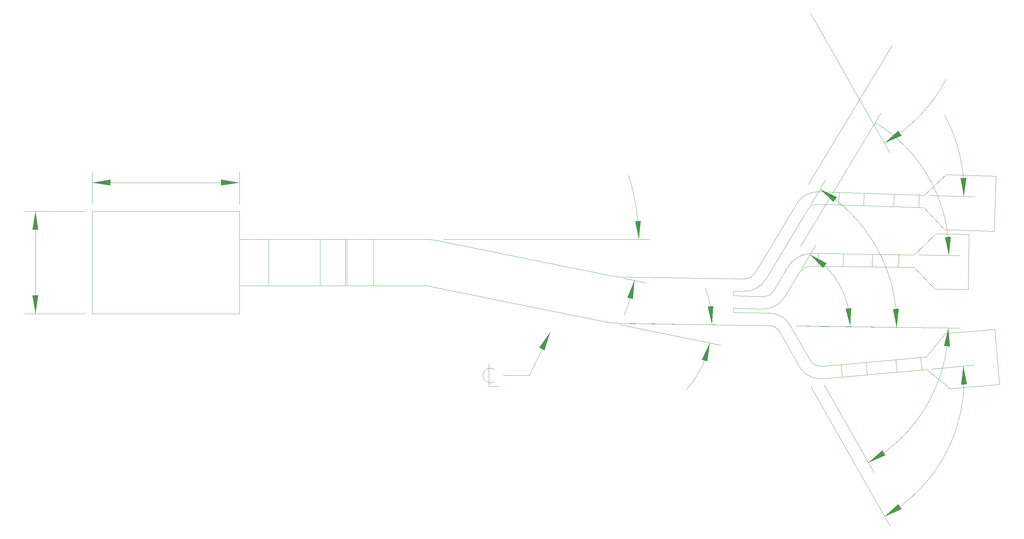
<source format=gbr>
*
G4_C Author: OrCAD GerbTool(tm) 8.1.1 Thu Jun 19 01:59:54 2003*
%LPD*%
%FSLAX34Y34*%
%MOIN*%
%AD*%
%ADD10R,0.050000X0.050000*%
%ADD11C,0.006000*%
%ADD12C,0.019000*%
%ADD13C,0.007900*%
%ADD14C,0.005000*%
%ADD15C,0.000800*%
%ADD16R,0.070000X0.025000*%
%ADD17R,0.068000X0.023000*%
%ADD18C,0.006000*%
%ADD19C,0.009800*%
%ADD20C,0.010000*%
%ADD21C,0.030000*%
%ADD22C,0.060000*%
%ADD23C,0.035000*%
%ADD24C,0.055000*%
%ADD25C,0.010000*%
%ADD26C,0.015000*%
%ADD27C,0.020000*%
%ADD28C,0.005920*%
%ADD29C,0.207760*%
%ADD30C,0.062980*%
%ADD55C,0.001000*%
%ADD56C,0.001000*%
G4_C OrCAD GerbTool Tool List *
G54D56*
G1X-788Y40945D2*
G1X-7259Y40945D1*
G1X-788Y30000D2*
G1X-7259Y30000D1*
G1X-6078Y40945D2*
G1X-6078Y35472D1*
G1X-6078Y30000D1*
G36*
G54D56*
G1X-5763Y38976D2*
G1X-6078Y40945D1*
G1X-6393Y38976D1*
G1X-5763Y38976D1*
G54D56*
G1X-6393Y31968D2*
G1X-6078Y30000D1*
G1X-5763Y31968D1*
G1X-6393Y31968D1*
G37*
G1X15747Y41732D2*
G1X15747Y45216D1*
G1X-1Y41732D2*
G1X-1Y45216D1*
G1X15747Y44035D2*
G1X7873Y44035D1*
G1X-1Y44035D1*
G36*
G54D56*
G1X13779Y43720D2*
G1X15747Y44035D1*
G1X13779Y44350D1*
G1X13779Y43720D1*
G54D56*
G1X1968Y44350D2*
G1X-1Y44035D1*
G1X1968Y43720D1*
G1X1968Y44350D1*
G37*
G1X56899Y33788D2*
G1X59230Y33318D1*
G1X37624Y37953D2*
G1X59693Y37953D1*
G1X56958Y29781D2*
G75*
G3X58072Y33551I-20718J8172D1*
G74*
G1X58512Y37953D2*
G75*
G3X57431Y44805I-22271J0D1*
G74*
G36*
G54D56*
G1X58072Y33551D2*
G1X57904Y31565D1*
G1X57293Y31717D1*
G1X58072Y33551D1*
G54D56*
G1X58512Y37953D2*
G1X58110Y39905D1*
G1X58739Y39933D1*
G1X58512Y37953D1*
G37*
G1X56507Y28807D2*
G1X67295Y26632D1*
G1X57191Y28942D2*
G1X67526Y28798D1*
G1X63614Y21855D2*
G75*
G3X66137Y26865I-7879J7107D1*
G74*
G1X66345Y28814D2*
G75*
G3X65677Y32671I-10610J148D1*
G74*
G36*
G54D56*
G1X66137Y26865D2*
G1X65872Y24889D1*
G1X65269Y25070D1*
G1X66137Y26865D1*
G54D56*
G1X66345Y28814D2*
G1X65876Y30752D1*
G1X66504Y30801D1*
G1X66345Y28814D1*
G37*
G1X75328Y28689D2*
G1X87320Y28521D1*
G1X76899Y41633D2*
G1X78532Y44341D1*
G1X86139Y28538D2*
G75*
G3X84002Y37029I-16996J237D1*
G3X77922Y43330I-14859J-8254D1*
G74*
G36*
G54D56*
G1X86139Y28538D2*
G1X85738Y30490D1*
G1X86367Y30518D1*
G1X86139Y28538D1*
G54D56*
G1X77922Y43330D2*
G1X79724Y42477D1*
G1X79368Y41957D1*
G1X77922Y43330D1*
G37*
G1X75646Y28684D2*
G1X82330Y28591D1*
G1X75995Y34904D2*
G1X77464Y37343D1*
G1X81149Y28607D2*
G75*
G3X80032Y33042I-8871J124D1*
G3X76855Y36331I-7754J-4311D1*
G74*
G36*
G54D56*
G1X81149Y28607D2*
G1X80645Y30536D1*
G1X81272Y30597D1*
G1X81149Y28607D1*
G54D56*
G1X76855Y36331D2*
G1X78610Y35385D1*
G1X78227Y34885D1*
G1X76855Y36331D1*
G37*
G1X78369Y22341D2*
G1X83685Y12980D1*
G1X76605Y28671D2*
G1X92832Y28444D1*
G1X83102Y14007D2*
G75*
G3X89300Y20096I-8342J14689D1*
G3X91651Y28461I-14540J8600D1*
G74*
G36*
G54D56*
G1X83102Y14007D2*
G1X84583Y15342D1*
G1X84926Y14813D1*
G1X83102Y14007D1*
G54D56*
G1X91651Y28461D2*
G1X91823Y26475D1*
G1X91195Y26520D1*
G1X91651Y28461D1*
G37*
G1X89607Y42669D2*
G1X94502Y42512D1*
G1X76627Y43773D2*
G1X85668Y58762D1*
G1X93322Y42550D2*
G75*
G3X91252Y51272I-17101J549D1*
G74*
G36*
G54D56*
G1X93322Y42550D2*
G1X92957Y44510D1*
G1X93586Y44526D1*
G1X93322Y42550D1*
G37*
G1X88468Y36281D2*
G1X92895Y36220D1*
G1X75779Y37139D2*
G1X84413Y51477D1*
G1X91714Y36236D2*
G75*
G3X89657Y44406I-16342J228D1*
G3X83804Y50465I-14284J-7941D1*
G74*
G36*
G54D56*
G1X91714Y36236D2*
G1X91308Y38188D1*
G1X91938Y38217D1*
G1X91714Y36236D1*
G37*
G1X76909Y22202D2*
G1X85409Y7235D1*
G1X89792Y24068D2*
G1X94449Y24482D1*
G1X84825Y8262D2*
G75*
G3X91416Y15079I-8306J14625D1*
G3X93272Y24377I-14896J7808D1*
G74*
G36*
G54D56*
G1X84825Y8262D2*
G1X86306Y9597D1*
G1X86649Y9069D1*
G1X84825Y8262D1*
G54D56*
G1X93272Y24377D2*
G1X93646Y22419D1*
G1X93017Y22400D1*
G1X93272Y24377D1*
G54D56*
G1X49013Y27979D2*
G1X48440Y26070D1*
G1X47872Y26344D1*
G1X49013Y27979D1*
G37*
G1X42987Y24043D2*
G1X42593Y24174D1*
G1X42200Y24043D1*
G1X41937Y23780D1*
G1X41806Y23386D1*
G1X41937Y22993D1*
G1X42200Y22730D1*
G1X42593Y22599D1*
G1X42987Y22730D1*
G1X42462Y24633D2*
G1X42462Y22205D1*
G1X43512Y22205D1*
G1X46793Y23386D2*
G1X44037Y23386D1*
G1X49013Y27979D2*
G1X46793Y23386D1*
G1X-1Y40945D2*
G1X-1Y30000D1*
G1X15747Y40945D2*
G1X15747Y37953D1*
G1X15747Y32992D1*
G1X15747Y30000D1*
G1X18888Y37953D2*
G1X18888Y32992D1*
G1X24400Y37953D2*
G1X24400Y32992D1*
G1X27078Y37953D2*
G1X27078Y32992D1*
G1X27255Y37953D2*
G1X27255Y32992D1*
G1X30087Y37953D2*
G1X30087Y32992D1*
G1X89077Y42686D2*
G1X91432Y44895D1*
G1X74474Y34973D2*
G1X72951Y32444D1*
G1X75621Y34282D2*
G1X74098Y31754D1*
G1X75422Y41775D2*
G1X70946Y34355D1*
G1X76568Y41084D2*
G1X72092Y33663D1*
G1X90322Y38539D2*
G1X88007Y36288D1*
G1X89252Y25364D2*
G1X91324Y27841D1*
G1X68643Y32404D2*
G1X68636Y31932D1*
G1X68617Y30593D2*
G1X68611Y30121D1*
G1X77725Y36431D2*
G1X77706Y35093D1*
G1X80402Y36394D2*
G1X80384Y35056D1*
G1X83516Y36351D2*
G1X83497Y35012D1*
G1X79957Y42979D2*
G1X79914Y41641D1*
G1X82633Y42893D2*
G1X82590Y41555D1*
G1X85844Y42790D2*
G1X85801Y41452D1*
G1X80163Y24555D2*
G1X80282Y23222D1*
G1X82830Y24792D2*
G1X82949Y23459D1*
G1X86030Y25077D2*
G1X86149Y23744D1*
G1X88697Y25314D2*
G1X88816Y23981D1*
G1X86348Y36311D2*
G1X86329Y34973D1*
G1X93783Y32585D2*
G1X93865Y38490D1*
G1X88520Y42704D2*
G1X88477Y41366D1*
G1X96745Y44725D2*
G1X96555Y38822D1*
G1X97141Y22429D2*
G1X96618Y28312D1*
G1X75682Y24362D2*
G1X73576Y28071D1*
G1X76846Y25023D2*
G1X74740Y28732D1*
G1X91847Y21958D2*
G1X89371Y24030D1*
G1X87989Y34949D2*
G1X90240Y32634D1*
G1X91243Y38993D2*
G1X89034Y41348D1*
G1X55080Y29094D2*
G1X35965Y32948D1*
G1X97141Y22429D2*
G1X91847Y21958D1*
G1X89371Y24030D2*
G1X78210Y23037D1*
G1X89252Y25364D2*
G1X78091Y24371D1*
G1X72464Y28729D2*
G1X56403Y28953D1*
G1X71740Y30479D2*
G1X68739Y30590D1*
G1X56060Y33957D2*
G1X36945Y37811D1*
G1X91324Y27841D2*
G1X96618Y28312D1*
G1X15747Y30000D2*
G1X-1Y30000D1*
G1X35521Y32992D2*
G1X15747Y32992D1*
G1X35521Y37953D2*
G1X15747Y37953D1*
G1X15747Y40945D2*
G1X-1Y40945D1*
G1X72483Y30067D2*
G1X68611Y30121D1*
G1X69796Y32388D2*
G1X68643Y32404D1*
G1X90240Y32634D2*
G1X93783Y32585D1*
G1X69815Y33727D2*
G1X56472Y33913D1*
G1X87989Y34949D2*
G1X77095Y35102D1*
G1X88007Y36288D2*
G1X77113Y36440D1*
G1X93865Y38490D2*
G1X90322Y38539D1*
G1X96555Y38822D2*
G1X91243Y38993D1*
G1X89034Y41348D2*
G1X77722Y41712D1*
G1X71790Y31816D2*
G1X68789Y31928D1*
G1X89077Y42686D2*
G1X77765Y43049D1*
G1X91432Y44895D2*
G1X96745Y44725D1*
G1X77113Y36440D2*
G75*
G3X74474Y34973I-42J-3031D1*
G74*
G1X71790Y31816D2*
G75*
G3X72951Y32444I48J1298D1*
G74*
G1X68789Y31928D2*
G75*
G3X68636Y31932I-245J-6570D1*
G74*
G1X77765Y43049D2*
G75*
G3X75422Y41775I-85J-2636D1*
G74*
G1X69815Y33727D2*
G75*
G3X70946Y34355I18J1299D1*
G74*
G1X56060Y33957D2*
G75*
G3X56472Y33913I443J2200D1*
G74*
G1X36945Y37811D2*
G75*
G3X35521Y37953I-1424J-7063D1*
G74*
G1X76846Y25023D2*
G75*
G3X78091Y24371I1130J642D1*
G74*
G1X74740Y28732D2*
G75*
G3X72483Y30067I-2294J-1303D1*
G74*
G1X75682Y24362D2*
G75*
G3X78210Y23037I2294J1303D1*
G74*
G1X73576Y28071D2*
G75*
G3X72464Y28729I-1130J-642D1*
G74*
G1X77095Y35102D2*
G75*
G3X75621Y34282I-24J-1693D1*
G74*
G1X71740Y30479D2*
G75*
G3X74098Y31754I98J2636D1*
G74*
G1X68739Y30590D2*
G75*
G3X68617Y30593I-195J-5233D1*
G74*
G1X55080Y29094D2*
G75*
G3X56403Y28953I1424J7063D1*
G74*
G1X35965Y32948D2*
G75*
G3X35521Y32992I-443J-2200D1*
G74*
G1X77722Y41712D2*
G75*
G3X76568Y41084I-42J-1299D1*
G74*
G1X69796Y32388D2*
G75*
G3X72092Y33663I37J2638D1*
G74*
G1X76908Y62202D2*
G1X85408Y47235D1*
G1X84824Y48262D2*
G75*
G3X91415Y55079I-8306J14625D1*
G74*
G36*
G54D56*
G1X84824Y48262D2*
G1X86305Y49597D1*
G1X86648Y49068D1*
G1X84824Y48262D1*
G37*
M2*

</source>
